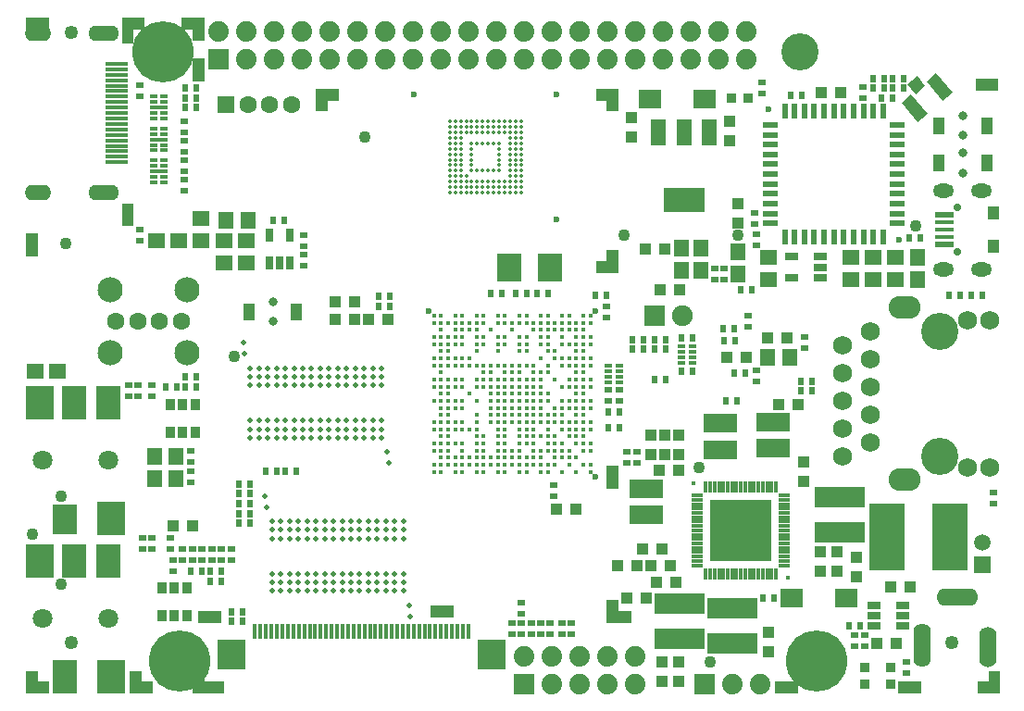
<source format=gbr>
%TF.GenerationSoftware,KiCad,Pcbnew,5.1.5-52549c5~84~ubuntu18.04.1*%
%TF.CreationDate,2020-02-11T15:54:30+02:00*%
%TF.ProjectId,A64-OlinuXino_Rev_G,4136342d-4f6c-4696-9e75-58696e6f5f52,G*%
%TF.SameCoordinates,Original*%
%TF.FileFunction,Soldermask,Top*%
%TF.FilePolarity,Negative*%
%FSLAX46Y46*%
G04 Gerber Fmt 4.6, Leading zero omitted, Abs format (unit mm)*
G04 Created by KiCad (PCBNEW 5.1.5-52549c5~84~ubuntu18.04.1) date 2020-02-11 15:54:30*
%MOMM*%
%LPD*%
G04 APERTURE LIST*
%ADD10C,0.100000*%
%ADD11C,0.600000*%
%ADD12R,1.400000X0.600000*%
%ADD13R,0.600000X1.400000*%
%ADD14R,0.601600X0.651600*%
%ADD15C,3.401600*%
%ADD16O,2.901600X2.101600*%
%ADD17C,1.751600*%
%ADD18C,0.500000*%
%ADD19O,2.401600X1.401600*%
%ADD20R,2.100000X0.350000*%
%ADD21O,2.801600X1.401600*%
%ADD22R,1.001600X1.601600*%
%ADD23C,0.801600*%
%ADD24C,0.350000*%
%ADD25C,1.879600*%
%ADD26R,1.879600X1.879600*%
%ADD27R,2.601600X3.101600*%
%ADD28R,2.201600X3.101600*%
%ADD29R,2.201600X2.801600*%
%ADD30C,1.801600*%
%ADD31C,5.601600*%
%ADD32C,0.400000*%
%ADD33R,0.651600X0.601600*%
%ADD34C,1.601600*%
%ADD35C,2.301600*%
%ADD36R,1.601600X1.601600*%
%ADD37R,3.701600X2.301600*%
%ADD38R,1.320800X2.336800*%
%ADD39R,0.726600X0.426600*%
%ADD40R,0.726600X0.351600*%
%ADD41R,1.301600X0.651600*%
%ADD42R,3.301600X6.101600*%
%ADD43C,1.101600*%
%ADD44R,0.901600X0.901600*%
%ADD45O,1.901600X1.301600*%
%ADD46R,1.101600X1.201600*%
%ADD47C,0.701600*%
%ADD48R,1.751600X0.601600*%
%ADD49R,1.751600X0.426600*%
%ADD50R,2.501600X2.701600*%
%ADD51R,0.351600X1.401600*%
%ADD52C,1.254000*%
%ADD53C,0.401600*%
%ADD54R,0.301600X1.001600*%
%ADD55R,1.001600X0.301600*%
%ADD56R,5.601600X5.601600*%
%ADD57R,1.524000X1.524000*%
%ADD58R,0.501600X0.501600*%
%ADD59R,3.101600X1.701600*%
%ADD60R,4.601600X1.851600*%
%ADD61R,1.117600X1.117600*%
%ADD62R,1.625600X1.371600*%
%ADD63R,1.371600X1.625600*%
%ADD64R,2.101600X1.801600*%
%ADD65R,0.651600X1.301600*%
%ADD66R,1.501600X1.501600*%
%ADD67C,1.501600*%
%ADD68C,1.901600*%
%ADD69R,1.901600X1.901600*%
%ADD70O,3.801600X1.601600*%
%ADD71O,1.601600X3.701600*%
%ADD72O,1.601600X4.001600*%
%ADD73R,0.863600X1.117600*%
%ADD74R,0.776600X0.301600*%
%ADD75R,0.876600X0.401600*%
%ADD76R,2.201600X2.501600*%
G04 APERTURE END LIST*
D10*
G36*
X189325000Y-44323000D02*
G01*
X187325000Y-44323000D01*
X187325000Y-43323000D01*
X189325000Y-43323000D01*
X189325000Y-44323000D01*
G37*
X189325000Y-44323000D02*
X187325000Y-44323000D01*
X187325000Y-43323000D01*
X189325000Y-43323000D01*
X189325000Y-44323000D01*
G36*
X101500000Y-59500000D02*
G01*
X100500000Y-59500001D01*
X100500000Y-57500000D01*
X101500000Y-57500000D01*
X101500000Y-59500000D01*
G37*
X101500000Y-59500000D02*
X100500000Y-59500001D01*
X100500000Y-57500000D01*
X101500000Y-57500000D01*
X101500000Y-59500000D01*
G36*
X101500000Y-99500000D02*
G01*
X100500000Y-99500001D01*
X100500000Y-97500000D01*
X101500000Y-97500000D01*
X101500000Y-99500000D01*
G37*
X101500000Y-99500000D02*
X100500000Y-99500001D01*
X100500000Y-97500000D01*
X101500000Y-97500000D01*
X101500000Y-99500000D01*
G36*
X118250001Y-93000000D02*
G01*
X116250000Y-93000000D01*
X116249999Y-92000000D01*
X118250000Y-92000000D01*
X118250001Y-93000000D01*
G37*
X118250001Y-93000000D02*
X116250000Y-93000000D01*
X116249999Y-92000000D01*
X118250000Y-92000000D01*
X118250001Y-93000000D01*
G36*
X154600000Y-93000001D02*
G01*
X153600000Y-93000000D01*
X153600000Y-91000000D01*
X154600000Y-91000000D01*
X154600000Y-93000001D01*
G37*
X154600000Y-93000001D02*
X153600000Y-93000000D01*
X153600000Y-91000000D01*
X154600000Y-91000000D01*
X154600000Y-93000001D01*
G36*
X154600000Y-80750001D02*
G01*
X153600000Y-80750000D01*
X153600000Y-78750000D01*
X154600000Y-78750000D01*
X154600000Y-80750001D01*
G37*
X154600000Y-80750001D02*
X153600000Y-80750000D01*
X153600000Y-78750000D01*
X154600000Y-78750000D01*
X154600000Y-80750001D01*
G36*
X154600000Y-46250001D02*
G01*
X153600000Y-46250000D01*
X153600000Y-44250000D01*
X154600000Y-44250000D01*
X154600000Y-46250001D01*
G37*
X154600000Y-46250001D02*
X153600000Y-46250000D01*
X153600000Y-44250000D01*
X154600000Y-44250000D01*
X154600000Y-46250001D01*
G36*
X154600000Y-61000001D02*
G01*
X153600000Y-61000000D01*
X153600000Y-59000000D01*
X154600000Y-59000000D01*
X154600000Y-61000001D01*
G37*
X154600000Y-61000001D02*
X153600000Y-61000000D01*
X153600000Y-59000000D01*
X154600000Y-59000000D01*
X154600000Y-61000001D01*
G36*
X154600000Y-61000000D02*
G01*
X152600000Y-61000000D01*
X152600000Y-60000000D01*
X154600000Y-60000000D01*
X154600000Y-61000000D01*
G37*
X154600000Y-61000000D02*
X152600000Y-61000000D01*
X152600000Y-60000000D01*
X154600000Y-60000000D01*
X154600000Y-61000000D01*
G36*
X139500001Y-92500000D02*
G01*
X137500000Y-92500000D01*
X137499999Y-91500000D01*
X139500000Y-91500000D01*
X139500001Y-92500000D01*
G37*
X139500001Y-92500000D02*
X137500000Y-92500000D01*
X137499999Y-91500000D01*
X139500000Y-91500000D01*
X139500001Y-92500000D01*
G36*
X155750000Y-93000000D02*
G01*
X153749999Y-93000000D01*
X153749998Y-92000000D01*
X155749999Y-92000000D01*
X155750000Y-93000000D01*
G37*
X155750000Y-93000000D02*
X153749999Y-93000000D01*
X153749998Y-92000000D01*
X155749999Y-92000000D01*
X155750000Y-93000000D01*
G36*
X116750000Y-99500000D02*
G01*
X115750000Y-99500001D01*
X115750000Y-97500000D01*
X116750000Y-97500000D01*
X116750000Y-99500000D01*
G37*
X116750000Y-99500000D02*
X115750000Y-99500001D01*
X115750000Y-97500000D01*
X116750000Y-97500000D01*
X116750000Y-99500000D01*
G36*
X118500000Y-99500000D02*
G01*
X116499999Y-99500000D01*
X116499999Y-98500000D01*
X118499999Y-98500000D01*
X118500000Y-99500000D01*
G37*
X118500000Y-99500000D02*
X116499999Y-99500000D01*
X116499999Y-98500000D01*
X118499999Y-98500000D01*
X118500000Y-99500000D01*
G36*
X129000000Y-45250000D02*
G01*
X127000000Y-45250000D01*
X127000000Y-44250000D01*
X129000000Y-44250000D01*
X129000000Y-45250000D01*
G37*
X129000000Y-45250000D02*
X127000000Y-45250000D01*
X127000000Y-44250000D01*
X129000000Y-44250000D01*
X129000000Y-45250000D01*
G36*
X154600000Y-45250000D02*
G01*
X152600000Y-45250000D01*
X152600000Y-44250000D01*
X154600000Y-44250000D01*
X154600000Y-45250000D01*
G37*
X154600000Y-45250000D02*
X152600000Y-45250000D01*
X152600000Y-44250000D01*
X154600000Y-44250000D01*
X154600000Y-45250000D01*
G36*
X128000000Y-44250000D02*
G01*
X128000000Y-46250000D01*
X127000000Y-46250000D01*
X127000000Y-44249999D01*
X128000000Y-44250000D01*
G37*
X128000000Y-44250000D02*
X128000000Y-46250000D01*
X127000000Y-46250000D01*
X127000000Y-44249999D01*
X128000000Y-44250000D01*
G36*
X116750000Y-43500000D02*
G01*
X115750000Y-43500001D01*
X115750000Y-41500000D01*
X116750000Y-41500000D01*
X116750000Y-43500000D01*
G37*
X116750000Y-43500000D02*
X115750000Y-43500001D01*
X115750000Y-41500000D01*
X116750000Y-41500000D01*
X116750000Y-43500000D01*
G36*
X116750000Y-39750000D02*
G01*
X115750000Y-39750001D01*
X115750000Y-37750000D01*
X116750000Y-37750000D01*
X116750000Y-39750000D01*
G37*
X116750000Y-39750000D02*
X115750000Y-39750001D01*
X115750000Y-37750000D01*
X116750000Y-37750000D01*
X116750000Y-39750000D01*
G36*
X102500000Y-38750000D02*
G01*
X100500000Y-38750000D01*
X100500000Y-37750000D01*
X102500000Y-37750000D01*
X102500000Y-38750000D01*
G37*
X102500000Y-38750000D02*
X100500000Y-38750000D01*
X100500000Y-37750000D01*
X102500000Y-37750000D01*
X102500000Y-38750000D01*
G36*
X102500000Y-99500000D02*
G01*
X100499999Y-99500000D01*
X100499999Y-98500000D01*
X102499999Y-98500000D01*
X102500000Y-99500000D01*
G37*
X102500000Y-99500000D02*
X100499999Y-99500000D01*
X100499999Y-98500000D01*
X102499999Y-98500000D01*
X102500000Y-99500000D01*
G36*
X189500000Y-99500000D02*
G01*
X188500000Y-99500001D01*
X188500000Y-97500000D01*
X189500000Y-97500000D01*
X189500000Y-99500000D01*
G37*
X189500000Y-99500000D02*
X188500000Y-99500001D01*
X188500000Y-97500000D01*
X189500000Y-97500000D01*
X189500000Y-99500000D01*
G36*
X189500000Y-99500000D02*
G01*
X187500000Y-99500000D01*
X187500000Y-98500000D01*
X189500000Y-98500000D01*
X189500000Y-99500000D01*
G37*
X189500000Y-99500000D02*
X187500000Y-99500000D01*
X187500000Y-98500000D01*
X189500000Y-98500000D01*
X189500000Y-99500000D01*
G36*
X182250000Y-99500000D02*
G01*
X180250000Y-99500000D01*
X180250000Y-98500000D01*
X182250000Y-98500000D01*
X182250000Y-99500000D01*
G37*
X182250000Y-99500000D02*
X180250000Y-99500000D01*
X180250000Y-98500000D01*
X182250000Y-98500000D01*
X182250000Y-99500000D01*
G36*
X171000000Y-99500000D02*
G01*
X169000000Y-99500000D01*
X169000000Y-98500000D01*
X171000000Y-98500000D01*
X171000000Y-99500000D01*
G37*
X171000000Y-99500000D02*
X169000000Y-99500000D01*
X169000000Y-98500000D01*
X171000000Y-98500000D01*
X171000000Y-99500000D01*
G36*
X116750000Y-38750000D02*
G01*
X114750000Y-38750000D01*
X114750000Y-37750000D01*
X116750000Y-37750000D01*
X116750000Y-38750000D01*
G37*
X116750000Y-38750000D02*
X114750000Y-38750000D01*
X114750000Y-37750000D01*
X116750000Y-37750000D01*
X116750000Y-38750000D01*
G36*
X111250000Y-38750000D02*
G01*
X109249999Y-38750000D01*
X109249999Y-37750000D01*
X111250000Y-37750000D01*
X111250000Y-38750000D01*
G37*
X111250000Y-38750000D02*
X109249999Y-38750000D01*
X109249999Y-37750000D01*
X111250000Y-37750000D01*
X111250000Y-38750000D01*
G36*
X112000001Y-99500000D02*
G01*
X110000000Y-99500000D01*
X110000000Y-98500000D01*
X112000000Y-98500000D01*
X112000001Y-99500000D01*
G37*
X112000001Y-99500000D02*
X110000000Y-99500000D01*
X110000000Y-98500000D01*
X112000000Y-98500000D01*
X112000001Y-99500000D01*
G36*
X111000000Y-99500000D02*
G01*
X110000000Y-99500001D01*
X110000000Y-97500000D01*
X111000000Y-97500000D01*
X111000000Y-99500000D01*
G37*
X111000000Y-99500000D02*
X110000000Y-99500001D01*
X110000000Y-97500000D01*
X111000000Y-97500000D01*
X111000000Y-99500000D01*
G36*
X110250000Y-56750000D02*
G01*
X109250000Y-56750001D01*
X109250000Y-54750000D01*
X110250000Y-54750000D01*
X110250000Y-56750000D01*
G37*
X110250000Y-56750000D02*
X109250000Y-56750001D01*
X109250000Y-54750000D01*
X110250000Y-54750000D01*
X110250000Y-56750000D01*
G36*
X110250000Y-40000000D02*
G01*
X109250000Y-40000001D01*
X109250000Y-38000000D01*
X110250000Y-38000000D01*
X110250000Y-40000000D01*
G37*
X110250000Y-40000000D02*
X109250000Y-40000001D01*
X109250000Y-38000000D01*
X110250000Y-38000000D01*
X110250000Y-40000000D01*
D11*
%TO.C,U11*%
X168402000Y-46101000D03*
D12*
X180146000Y-47570000D03*
X180146000Y-48470000D03*
X180146000Y-49370000D03*
X180146000Y-50270000D03*
X180146000Y-51170000D03*
X180146000Y-52070000D03*
X180146000Y-52970000D03*
X180146000Y-53870000D03*
X180146000Y-54770000D03*
X180146000Y-55670000D03*
X180146000Y-56570000D03*
D13*
X178871000Y-57845000D03*
X177971000Y-57845000D03*
X177071000Y-57845000D03*
X176171000Y-57845000D03*
X175271000Y-57845000D03*
X174371000Y-57845000D03*
X173471000Y-57845000D03*
X172571000Y-57845000D03*
X171671000Y-57845000D03*
X170771000Y-57845000D03*
X169871000Y-57845000D03*
D12*
X168596000Y-56570000D03*
X168596000Y-55670000D03*
X168596000Y-54770000D03*
X168596000Y-53870000D03*
X168596000Y-52970000D03*
X168596000Y-52070000D03*
X168596000Y-51170000D03*
X168596000Y-50270000D03*
X168596000Y-49370000D03*
X168596000Y-48470000D03*
X168596000Y-47570000D03*
D13*
X169871000Y-46295000D03*
X170771000Y-46295000D03*
X171671000Y-46295000D03*
X172571000Y-46295000D03*
X173471000Y-46295000D03*
X174371000Y-46295000D03*
X175271000Y-46295000D03*
X176171000Y-46295000D03*
X177071000Y-46295000D03*
X177971000Y-46295000D03*
X178871000Y-46295000D03*
D11*
X180340000Y-58039000D03*
%TD*%
D14*
%TO.C,C106*%
X179705000Y-45085000D03*
X178689000Y-45085000D03*
%TD*%
%TO.C,L10*%
X178943000Y-44196000D03*
X177927000Y-44196000D03*
%TD*%
D15*
%TO.C,LAN1*%
X184023000Y-77851000D03*
X184023000Y-66421000D03*
D16*
X180823000Y-80036000D03*
X180823000Y-64236000D03*
D17*
X188595000Y-78867000D03*
X186563000Y-78867000D03*
X188595000Y-65405000D03*
X186563000Y-65405000D03*
X175133000Y-77851000D03*
X177673000Y-76581000D03*
X175133000Y-75311000D03*
X177673000Y-74041000D03*
X175133000Y-72771000D03*
X177673000Y-71501000D03*
X175133000Y-70231000D03*
X177673000Y-68961000D03*
X175133000Y-67691000D03*
X177673000Y-66421000D03*
%TD*%
D18*
%TO.C,U2*%
X123000000Y-90200000D03*
X123000000Y-89400000D03*
X123000000Y-88600000D03*
X123000000Y-85400000D03*
X123000000Y-84600000D03*
X123000000Y-83800000D03*
X123800000Y-90200000D03*
X123800000Y-89400000D03*
X123800000Y-88600000D03*
X123800000Y-85400000D03*
X123800000Y-84600000D03*
X123800000Y-83800000D03*
X124600000Y-90200000D03*
X124600000Y-89400000D03*
X124600000Y-88600000D03*
X124600000Y-85400000D03*
X124600000Y-84600000D03*
X124600000Y-83800000D03*
X125400000Y-90200000D03*
X125400000Y-89400000D03*
X125400000Y-88600000D03*
X125400000Y-85400000D03*
X125400000Y-84600000D03*
X125400000Y-83800000D03*
X126200000Y-90200000D03*
X126200000Y-89400000D03*
X126200000Y-88600000D03*
X126200000Y-85400000D03*
X126200000Y-84600000D03*
X126200000Y-83800000D03*
X127000000Y-90200000D03*
X127000000Y-89400000D03*
X127000000Y-88600000D03*
X127000000Y-85400000D03*
X127000000Y-84600000D03*
X127000000Y-83800000D03*
X127800000Y-90200000D03*
X127800000Y-89400000D03*
X127800000Y-88600000D03*
X127800000Y-85400000D03*
X127800000Y-84600000D03*
X127800000Y-83800000D03*
X128600000Y-90200000D03*
X128600000Y-89400000D03*
X128600000Y-88600000D03*
X128600000Y-85400000D03*
X128600000Y-84600000D03*
X128600000Y-83800000D03*
X129400000Y-90200000D03*
X129400000Y-89400000D03*
X129400000Y-88600000D03*
X129400000Y-85400000D03*
X129400000Y-84600000D03*
X129400000Y-83800000D03*
X130200000Y-90200000D03*
X130200000Y-89400000D03*
X130200000Y-88600000D03*
X130200000Y-85400000D03*
X130200000Y-84600000D03*
X130200000Y-83800000D03*
X135650000Y-92500000D03*
X122350000Y-81500000D03*
X135500000Y-91500000D03*
X122500000Y-82500000D03*
X131000000Y-90200000D03*
X131000000Y-89400000D03*
X131000000Y-88600000D03*
X131000000Y-85400000D03*
X131000000Y-84600000D03*
X131000000Y-83800000D03*
X131800000Y-90200000D03*
X131800000Y-89400000D03*
X131800000Y-88600000D03*
X131800000Y-85400000D03*
X131800000Y-84600000D03*
X131800000Y-83800000D03*
X132600000Y-90200000D03*
X132600000Y-89400000D03*
X132600000Y-88600000D03*
X132600000Y-85400000D03*
X132600000Y-84600000D03*
X132600000Y-83800000D03*
X133400000Y-90200000D03*
X133400000Y-89400000D03*
X133400000Y-88600000D03*
X133400000Y-85400000D03*
X133400000Y-84600000D03*
X133400000Y-83800000D03*
X134200000Y-90200000D03*
X134200000Y-89400000D03*
X134200000Y-88600000D03*
X134200000Y-85400000D03*
X134200000Y-84600000D03*
X134200000Y-83800000D03*
X135000000Y-90200000D03*
X135000000Y-89400000D03*
X135000000Y-88600000D03*
X135000000Y-85400000D03*
X135000000Y-84600000D03*
X135000000Y-83800000D03*
%TD*%
%TO.C,U3*%
X121000000Y-76200000D03*
X121000000Y-75400000D03*
X121000000Y-74600000D03*
X121000000Y-71400000D03*
X121000000Y-70600000D03*
X121000000Y-69800000D03*
X121800000Y-76200000D03*
X121800000Y-75400000D03*
X121800000Y-74600000D03*
X121800000Y-71400000D03*
X121800000Y-70600000D03*
X121800000Y-69800000D03*
X122600000Y-76200000D03*
X122600000Y-75400000D03*
X122600000Y-74600000D03*
X122600000Y-71400000D03*
X122600000Y-70600000D03*
X122600000Y-69800000D03*
X123400000Y-76200000D03*
X123400000Y-75400000D03*
X123400000Y-74600000D03*
X123400000Y-71400000D03*
X123400000Y-70600000D03*
X123400000Y-69800000D03*
X124200000Y-76200000D03*
X124200000Y-75400000D03*
X124200000Y-74600000D03*
X124200000Y-71400000D03*
X124200000Y-70600000D03*
X124200000Y-69800000D03*
X125000000Y-76200000D03*
X125000000Y-75400000D03*
X125000000Y-74600000D03*
X125000000Y-71400000D03*
X125000000Y-70600000D03*
X125000000Y-69800000D03*
X125800000Y-76200000D03*
X125800000Y-75400000D03*
X125800000Y-74600000D03*
X125800000Y-71400000D03*
X125800000Y-70600000D03*
X125800000Y-69800000D03*
X126600000Y-76200000D03*
X126600000Y-75400000D03*
X126600000Y-74600000D03*
X126600000Y-71400000D03*
X126600000Y-70600000D03*
X126600000Y-69800000D03*
X127400000Y-76200000D03*
X127400000Y-75400000D03*
X127400000Y-74600000D03*
X127400000Y-71400000D03*
X127400000Y-70600000D03*
X127400000Y-69800000D03*
X128200000Y-76200000D03*
X128200000Y-75400000D03*
X128200000Y-74600000D03*
X128200000Y-71400000D03*
X128200000Y-70600000D03*
X128200000Y-69800000D03*
X133650000Y-78500000D03*
X120350000Y-67500000D03*
X133500000Y-77500000D03*
X120500000Y-68500000D03*
X129000000Y-76200000D03*
X129000000Y-75400000D03*
X129000000Y-74600000D03*
X129000000Y-71400000D03*
X129000000Y-70600000D03*
X129000000Y-69800000D03*
X129800000Y-76200000D03*
X129800000Y-75400000D03*
X129800000Y-74600000D03*
X129800000Y-71400000D03*
X129800000Y-70600000D03*
X129800000Y-69800000D03*
X130600000Y-76200000D03*
X130600000Y-75400000D03*
X130600000Y-74600000D03*
X130600000Y-71400000D03*
X130600000Y-70600000D03*
X130600000Y-69800000D03*
X131400000Y-76200000D03*
X131400000Y-75400000D03*
X131400000Y-74600000D03*
X131400000Y-71400000D03*
X131400000Y-70600000D03*
X131400000Y-69800000D03*
X132200000Y-76200000D03*
X132200000Y-75400000D03*
X132200000Y-74600000D03*
X132200000Y-71400000D03*
X132200000Y-70600000D03*
X132200000Y-69800000D03*
X133000000Y-76200000D03*
X133000000Y-75400000D03*
X133000000Y-74600000D03*
X133000000Y-71400000D03*
X133000000Y-70600000D03*
X133000000Y-69800000D03*
%TD*%
D19*
%TO.C,HDMI1*%
X101547000Y-39182000D03*
D20*
X108747000Y-41982000D03*
X108747000Y-42482000D03*
X108747000Y-42982000D03*
X108747000Y-43482000D03*
X108747000Y-43982000D03*
X108747000Y-44482000D03*
X108747000Y-44982000D03*
X108747000Y-45482000D03*
X108747000Y-45982000D03*
X108747000Y-46482000D03*
X108747000Y-46982000D03*
X108747000Y-47482000D03*
X108747000Y-47982000D03*
X108747000Y-48482000D03*
X108747000Y-48982000D03*
X108747000Y-49482000D03*
X108747000Y-49982000D03*
X108747000Y-50482000D03*
X108747000Y-50982000D03*
D19*
X101547000Y-53782000D03*
D21*
X107597000Y-53782000D03*
X107597000Y-39182000D03*
%TD*%
D22*
%TO.C,UBOOT1*%
X120886000Y-64643000D03*
X125240000Y-64643000D03*
D23*
X123063000Y-63743000D03*
X123063000Y-65543000D03*
%TD*%
%TO.C,RESET1*%
X186182000Y-46725000D03*
X186182000Y-48525000D03*
D22*
X184005000Y-47625000D03*
X188359000Y-47625000D03*
%TD*%
D23*
%TO.C,PWRON1*%
X186182000Y-50154000D03*
X186182000Y-51954000D03*
D22*
X184005000Y-51054000D03*
X188359000Y-51054000D03*
%TD*%
D11*
%TO.C,U5*%
X149000000Y-56250000D03*
X149000000Y-44750000D03*
X136000000Y-44750000D03*
D24*
X144750000Y-53750000D03*
X144750000Y-53250000D03*
X144750000Y-52750000D03*
X144750000Y-52250000D03*
X144750000Y-51750000D03*
X144750000Y-51250000D03*
X144750000Y-50750000D03*
X144750000Y-50250000D03*
X144750000Y-49750000D03*
X144750000Y-49250000D03*
X144750000Y-48750000D03*
X144750000Y-47250000D03*
X144750000Y-47750000D03*
X144750000Y-48250000D03*
X145250000Y-48250000D03*
X145250000Y-47750000D03*
X145250000Y-47250000D03*
X145250000Y-48750000D03*
X145250000Y-49250000D03*
X145250000Y-49750000D03*
X145250000Y-50250000D03*
X145250000Y-50750000D03*
X145250000Y-51250000D03*
X145250000Y-51750000D03*
X145250000Y-52250000D03*
X145250000Y-52750000D03*
X145250000Y-53250000D03*
X145250000Y-53750000D03*
X145750000Y-53750000D03*
X145750000Y-53250000D03*
X145750000Y-52750000D03*
X145750000Y-52250000D03*
X145750000Y-51750000D03*
X145750000Y-51250000D03*
X145750000Y-50750000D03*
X145750000Y-50250000D03*
X145750000Y-49750000D03*
X145750000Y-49250000D03*
X145750000Y-48750000D03*
X145750000Y-47250000D03*
X145750000Y-47750000D03*
X145750000Y-48250000D03*
X144250000Y-48250000D03*
X144250000Y-47750000D03*
X144250000Y-47250000D03*
X144250000Y-52750000D03*
X144250000Y-53250000D03*
X144250000Y-53750000D03*
X143750000Y-48250000D03*
X143750000Y-47750000D03*
X143750000Y-47250000D03*
X143750000Y-49250000D03*
X143750000Y-49750000D03*
X143750000Y-50250000D03*
X143750000Y-50750000D03*
X143750000Y-51250000D03*
X143750000Y-51750000D03*
X143750000Y-52750000D03*
X143750000Y-53250000D03*
X143750000Y-53750000D03*
X142750000Y-53750000D03*
X142750000Y-53250000D03*
X142750000Y-52750000D03*
X142750000Y-51750000D03*
X142750000Y-49250000D03*
X142750000Y-47250000D03*
X142750000Y-47750000D03*
X142750000Y-48250000D03*
X143250000Y-48250000D03*
X143250000Y-47750000D03*
X143250000Y-47250000D03*
X143250000Y-49250000D03*
X143250000Y-51750000D03*
X143250000Y-52750000D03*
X143250000Y-53250000D03*
X143250000Y-53750000D03*
X142250000Y-53750000D03*
X142250000Y-53250000D03*
X142250000Y-52750000D03*
X142250000Y-51750000D03*
X142250000Y-49250000D03*
X142250000Y-47250000D03*
X142250000Y-47750000D03*
X142250000Y-48250000D03*
X141750000Y-48250000D03*
X141750000Y-47750000D03*
X141750000Y-47250000D03*
X141750000Y-49250000D03*
X141750000Y-51750000D03*
X141750000Y-52750000D03*
X141750000Y-53250000D03*
X141750000Y-53750000D03*
X141250000Y-53750000D03*
X141250000Y-53250000D03*
X141250000Y-52750000D03*
X141250000Y-51750000D03*
X141250000Y-51250000D03*
X141250000Y-50750000D03*
X141250000Y-50250000D03*
X141250000Y-49750000D03*
X141250000Y-49250000D03*
X141250000Y-47250000D03*
X141250000Y-47750000D03*
X141250000Y-48250000D03*
X140750000Y-53750000D03*
X140750000Y-53250000D03*
X140750000Y-52750000D03*
X140750000Y-52250000D03*
X140750000Y-47250000D03*
X140750000Y-47750000D03*
X140750000Y-48250000D03*
X140250000Y-48250000D03*
X140250000Y-47750000D03*
X140250000Y-47250000D03*
X140250000Y-48750000D03*
X140250000Y-49250000D03*
X140250000Y-49750000D03*
X140250000Y-50250000D03*
X140250000Y-50750000D03*
X140250000Y-51250000D03*
X140250000Y-51750000D03*
X140250000Y-52250000D03*
X140250000Y-52750000D03*
X140250000Y-53250000D03*
X140250000Y-53750000D03*
X139750000Y-53750000D03*
X139750000Y-53250000D03*
X139750000Y-52750000D03*
X139750000Y-52250000D03*
X139750000Y-51750000D03*
X139750000Y-51250000D03*
X139750000Y-50750000D03*
X139750000Y-50250000D03*
X139750000Y-49750000D03*
X139750000Y-49250000D03*
X139750000Y-48750000D03*
X139750000Y-47250000D03*
X139750000Y-47750000D03*
X139750000Y-48250000D03*
X139250000Y-48250000D03*
X139250000Y-47750000D03*
X139250000Y-47250000D03*
X139250000Y-48750000D03*
X139250000Y-49250000D03*
X139250000Y-49750000D03*
X139250000Y-50250000D03*
X139250000Y-50750000D03*
X139250000Y-51250000D03*
X139250000Y-51750000D03*
X139250000Y-52250000D03*
X139250000Y-52750000D03*
X139250000Y-53250000D03*
X139250000Y-53750000D03*
%TD*%
D25*
%TO.C,UEXT1*%
X148590000Y-96139000D03*
X148590000Y-98679000D03*
X146050000Y-96139000D03*
D26*
X146050000Y-98679000D03*
D25*
X151130000Y-98679000D03*
X151130000Y-96139000D03*
X153670000Y-96139000D03*
X153670000Y-98679000D03*
X156210000Y-98679000D03*
X156210000Y-96139000D03*
%TD*%
D27*
%TO.C,HEADPHONES/LINEOUT1*%
X101781000Y-72932000D03*
X108281000Y-83532000D03*
D28*
X107981000Y-72932000D03*
D29*
X104081000Y-83682000D03*
D28*
X104881000Y-72932000D03*
D30*
X101981000Y-78232000D03*
X107981000Y-78232000D03*
%TD*%
D31*
%TO.C,Mounting_hole2*%
X114500000Y-96600000D03*
%TD*%
D11*
%TO.C,U1*%
X152550000Y-64550000D03*
D32*
X152100000Y-65000000D03*
X144950000Y-72150000D03*
X144300000Y-72150000D03*
X143650000Y-72150000D03*
X141700000Y-72800000D03*
X144950000Y-74750000D03*
X143650000Y-74750000D03*
X146900000Y-76050000D03*
X148200000Y-76700000D03*
X148200000Y-78650000D03*
X146900000Y-76700000D03*
X146250000Y-75400000D03*
X146900000Y-75400000D03*
X148200000Y-75400000D03*
X146250000Y-74750000D03*
X146900000Y-74750000D03*
X147550000Y-74750000D03*
X148200000Y-74750000D03*
X148850000Y-74750000D03*
X143650000Y-74100000D03*
X144300000Y-74100000D03*
X144950000Y-74100000D03*
X145600000Y-74100000D03*
X146250000Y-74100000D03*
X146900000Y-74100000D03*
X147550000Y-74100000D03*
X143000000Y-74100000D03*
X148200000Y-74100000D03*
X146900000Y-73450000D03*
X146250000Y-73450000D03*
X145600000Y-73450000D03*
X144950000Y-73450000D03*
X144300000Y-73450000D03*
X143650000Y-73450000D03*
X143000000Y-73450000D03*
X147550000Y-73450000D03*
X143000000Y-72800000D03*
X143650000Y-72800000D03*
X144300000Y-72800000D03*
X144950000Y-72800000D03*
X145600000Y-72800000D03*
X146250000Y-72800000D03*
X147550000Y-72800000D03*
X145600000Y-72150000D03*
X146250000Y-72150000D03*
X145600000Y-71500000D03*
X146250000Y-71500000D03*
X146900000Y-72800000D03*
X146900000Y-72150000D03*
X147550000Y-72150000D03*
X147550000Y-71500000D03*
X148200000Y-72800000D03*
X148200000Y-72150000D03*
X148850000Y-70850000D03*
X143650000Y-71500000D03*
X142350000Y-71500000D03*
X143000000Y-70850000D03*
X146900000Y-70200000D03*
X145600000Y-70200000D03*
X144950000Y-70200000D03*
X144300000Y-70200000D03*
X143000000Y-70200000D03*
X145600000Y-77350000D03*
X144950000Y-78000000D03*
X144300000Y-76700000D03*
X144300000Y-77350000D03*
X142350000Y-77350000D03*
X141700000Y-76050000D03*
X139750000Y-75400000D03*
X139100000Y-75400000D03*
X139100000Y-78000000D03*
X137800000Y-65000000D03*
X137800000Y-79300000D03*
X151450000Y-65000000D03*
X150150000Y-65000000D03*
X149500000Y-65000000D03*
X148200000Y-65000000D03*
X147550000Y-65000000D03*
X146250000Y-65000000D03*
X145600000Y-65000000D03*
X144300000Y-65000000D03*
X143650000Y-65000000D03*
X142350000Y-65000000D03*
X141700000Y-65000000D03*
X140400000Y-65000000D03*
X139750000Y-65000000D03*
X138450000Y-65000000D03*
X137800000Y-65650000D03*
X138450000Y-65650000D03*
X139100000Y-65650000D03*
X139750000Y-65650000D03*
X140400000Y-65650000D03*
X141050000Y-65650000D03*
X141700000Y-65650000D03*
X142350000Y-65650000D03*
X143650000Y-65650000D03*
X144300000Y-65650000D03*
X144950000Y-65650000D03*
X145600000Y-65650000D03*
X146250000Y-65650000D03*
X146900000Y-65650000D03*
X147550000Y-65650000D03*
X148200000Y-65650000D03*
X148850000Y-65650000D03*
X149500000Y-65650000D03*
X150150000Y-65650000D03*
X150800000Y-65650000D03*
X151450000Y-65650000D03*
X152100000Y-65650000D03*
X151450000Y-66300000D03*
X150800000Y-66300000D03*
X150150000Y-66300000D03*
X149500000Y-66300000D03*
X148850000Y-66300000D03*
X148200000Y-66300000D03*
X147550000Y-66300000D03*
X146900000Y-66300000D03*
X144950000Y-66300000D03*
X143000000Y-66300000D03*
X141700000Y-66300000D03*
X141050000Y-66300000D03*
X140400000Y-66300000D03*
X139750000Y-66300000D03*
X138450000Y-66300000D03*
X137800000Y-66950000D03*
X138450000Y-66950000D03*
X139100000Y-66950000D03*
X139750000Y-66950000D03*
X140400000Y-66950000D03*
X141700000Y-66950000D03*
X142350000Y-66950000D03*
X143650000Y-66950000D03*
X144300000Y-66950000D03*
X145600000Y-66950000D03*
X146250000Y-66950000D03*
X147550000Y-66950000D03*
X148200000Y-66950000D03*
X149500000Y-66950000D03*
X150800000Y-66950000D03*
X151450000Y-66950000D03*
X152100000Y-66950000D03*
X152100000Y-67600000D03*
X151450000Y-67600000D03*
X150800000Y-67600000D03*
X150150000Y-67600000D03*
X149500000Y-67600000D03*
X148200000Y-67600000D03*
X147550000Y-67600000D03*
X146250000Y-67600000D03*
X145600000Y-67600000D03*
X144300000Y-67600000D03*
X143650000Y-67600000D03*
X142350000Y-67600000D03*
X141700000Y-67600000D03*
X140400000Y-67600000D03*
X139750000Y-67600000D03*
X139100000Y-67600000D03*
X138450000Y-67600000D03*
X137800000Y-67600000D03*
X138450000Y-79300000D03*
X139750000Y-79300000D03*
X140400000Y-79300000D03*
X141700000Y-79300000D03*
X142350000Y-79300000D03*
X143650000Y-79300000D03*
X144300000Y-79300000D03*
X145600000Y-79300000D03*
X146250000Y-79300000D03*
X147550000Y-79300000D03*
X148200000Y-79300000D03*
X149500000Y-79300000D03*
X150800000Y-79300000D03*
X152100000Y-79300000D03*
X137800000Y-78650000D03*
X138450000Y-78650000D03*
X139100000Y-78650000D03*
X139750000Y-78650000D03*
X140400000Y-78650000D03*
X141050000Y-78650000D03*
X141700000Y-78650000D03*
X142350000Y-78650000D03*
X143000000Y-78650000D03*
X143650000Y-78650000D03*
X144300000Y-78650000D03*
X144950000Y-78650000D03*
X145600000Y-78650000D03*
X146250000Y-78650000D03*
X146900000Y-78650000D03*
X147550000Y-78650000D03*
X148850000Y-78650000D03*
X150150000Y-78650000D03*
X151450000Y-78650000D03*
X152100000Y-78650000D03*
X138450000Y-78000000D03*
X139750000Y-78000000D03*
X140400000Y-78000000D03*
X141050000Y-78000000D03*
X141700000Y-78000000D03*
X142350000Y-78000000D03*
X143000000Y-78000000D03*
X143650000Y-78000000D03*
X144300000Y-78000000D03*
X145600000Y-78000000D03*
X146250000Y-78000000D03*
X146900000Y-78000000D03*
X147550000Y-78000000D03*
X148850000Y-78000000D03*
X149500000Y-78000000D03*
X150150000Y-78000000D03*
X150800000Y-78000000D03*
X137800000Y-77350000D03*
X138450000Y-77350000D03*
X139100000Y-77350000D03*
X140400000Y-77350000D03*
X141700000Y-77350000D03*
X143650000Y-77350000D03*
X144950000Y-77350000D03*
X146900000Y-77350000D03*
X147550000Y-77350000D03*
X148200000Y-77350000D03*
X148850000Y-77350000D03*
X149500000Y-77350000D03*
X150150000Y-77350000D03*
X151450000Y-77350000D03*
X152100000Y-77350000D03*
X137800000Y-76700000D03*
X138450000Y-76700000D03*
X139100000Y-76700000D03*
X139750000Y-76700000D03*
X140400000Y-76700000D03*
X141700000Y-76700000D03*
X142350000Y-76700000D03*
X143650000Y-76700000D03*
X145600000Y-76700000D03*
X146250000Y-76700000D03*
X148850000Y-76700000D03*
X149500000Y-76700000D03*
X150800000Y-76700000D03*
X151450000Y-76700000D03*
X152100000Y-76700000D03*
X138450000Y-76050000D03*
X139100000Y-76050000D03*
X142350000Y-76050000D03*
X143650000Y-76050000D03*
X144300000Y-76050000D03*
X145600000Y-76050000D03*
X146250000Y-76050000D03*
X147550000Y-76050000D03*
X148200000Y-76050000D03*
X148850000Y-76050000D03*
X150150000Y-76050000D03*
X150800000Y-76050000D03*
X151450000Y-76050000D03*
X137800000Y-75400000D03*
X138450000Y-75400000D03*
X140400000Y-75400000D03*
X141050000Y-75400000D03*
X141700000Y-75400000D03*
X143650000Y-75400000D03*
X144300000Y-75400000D03*
X145600000Y-75400000D03*
X149500000Y-75400000D03*
X150150000Y-75400000D03*
X150800000Y-75400000D03*
X151450000Y-75400000D03*
X152100000Y-75400000D03*
X137800000Y-74750000D03*
X138450000Y-74750000D03*
X139100000Y-74750000D03*
X139750000Y-74750000D03*
X140400000Y-74750000D03*
X141700000Y-74750000D03*
X143000000Y-74750000D03*
X144300000Y-74750000D03*
X145600000Y-74750000D03*
X149500000Y-74750000D03*
X150150000Y-74750000D03*
X150800000Y-74750000D03*
X151450000Y-74750000D03*
X152100000Y-74750000D03*
X138450000Y-74100000D03*
X139100000Y-74100000D03*
X141700000Y-74100000D03*
X148850000Y-74100000D03*
X149500000Y-74100000D03*
X150800000Y-74100000D03*
X151450000Y-74100000D03*
X138450000Y-73450000D03*
X139100000Y-73450000D03*
X139750000Y-73450000D03*
X140400000Y-73450000D03*
X148850000Y-73450000D03*
X149500000Y-73450000D03*
X150150000Y-73450000D03*
X150800000Y-73450000D03*
X151450000Y-73450000D03*
X152100000Y-73450000D03*
X137800000Y-72800000D03*
X138450000Y-72800000D03*
X139100000Y-72800000D03*
X139750000Y-72800000D03*
X140400000Y-72800000D03*
X149500000Y-72800000D03*
X150150000Y-72800000D03*
X150800000Y-72800000D03*
X151450000Y-72800000D03*
X152100000Y-72800000D03*
X138450000Y-72150000D03*
X139100000Y-72150000D03*
X141050000Y-72150000D03*
X143000000Y-72150000D03*
X150800000Y-72150000D03*
X151450000Y-72150000D03*
X137800000Y-71500000D03*
X138450000Y-71500000D03*
X139100000Y-71500000D03*
X139750000Y-71500000D03*
X140400000Y-71500000D03*
X141700000Y-71500000D03*
X143000000Y-71500000D03*
X144300000Y-71500000D03*
X144950000Y-71500000D03*
X146900000Y-71500000D03*
X149500000Y-71500000D03*
X150150000Y-71500000D03*
X150800000Y-71500000D03*
X151450000Y-71500000D03*
X152100000Y-71500000D03*
X137800000Y-70850000D03*
X138450000Y-70850000D03*
X139100000Y-70850000D03*
X139750000Y-70850000D03*
X140400000Y-70850000D03*
X141700000Y-70850000D03*
X142350000Y-70850000D03*
X143650000Y-70850000D03*
X144300000Y-70850000D03*
X144950000Y-70850000D03*
X145600000Y-70850000D03*
X146250000Y-70850000D03*
X146900000Y-70850000D03*
X147550000Y-70850000D03*
X150150000Y-70850000D03*
X150800000Y-70850000D03*
X151450000Y-70850000D03*
X152100000Y-70850000D03*
X138450000Y-70200000D03*
X142350000Y-70200000D03*
X147550000Y-70200000D03*
X148200000Y-70200000D03*
X150800000Y-70200000D03*
X151450000Y-70200000D03*
X137800000Y-69550000D03*
X138450000Y-69550000D03*
X139100000Y-69550000D03*
X139750000Y-69550000D03*
X140400000Y-69550000D03*
X141050000Y-69550000D03*
X141700000Y-69550000D03*
X142350000Y-69550000D03*
X143000000Y-69550000D03*
X143650000Y-69550000D03*
X144300000Y-69550000D03*
X144950000Y-69550000D03*
X145600000Y-69550000D03*
X146250000Y-69550000D03*
X146900000Y-69550000D03*
X148200000Y-69550000D03*
X149500000Y-69550000D03*
X150150000Y-69550000D03*
X150800000Y-69550000D03*
X151450000Y-69550000D03*
X152100000Y-69550000D03*
X137800000Y-68900000D03*
X138450000Y-68900000D03*
X139100000Y-68900000D03*
X139750000Y-68900000D03*
X140400000Y-68900000D03*
X141050000Y-68900000D03*
X147550000Y-68900000D03*
X148850000Y-68900000D03*
X149500000Y-68900000D03*
X150150000Y-68900000D03*
X150800000Y-68900000D03*
X151450000Y-68900000D03*
X152100000Y-68900000D03*
X138450000Y-68250000D03*
X139100000Y-68250000D03*
X141700000Y-68250000D03*
X143650000Y-68250000D03*
X145600000Y-68250000D03*
X146250000Y-68250000D03*
X148200000Y-68250000D03*
X148850000Y-68250000D03*
X150800000Y-68250000D03*
X151450000Y-68250000D03*
D11*
X152550000Y-79750000D03*
X137350000Y-64550000D03*
%TD*%
D31*
%TO.C,Mounting_hole3*%
X113000000Y-40900000D03*
%TD*%
%TO.C,Mounting_hole1*%
X172800000Y-96600000D03*
%TD*%
D33*
%TO.C,R73*%
X145796000Y-92265500D03*
X145796000Y-91249500D03*
%TD*%
%TO.C,R124*%
X145796000Y-93091000D03*
X145796000Y-94107000D03*
%TD*%
%TO.C,R123*%
X147574000Y-93091000D03*
X147574000Y-94107000D03*
%TD*%
%TO.C,R122*%
X146685000Y-94107000D03*
X146685000Y-93091000D03*
%TD*%
D34*
%TO.C,USB1*%
X114712000Y-65532000D03*
X112712000Y-65532000D03*
X110712000Y-65532000D03*
X108712000Y-65532000D03*
D35*
X108212000Y-68382000D03*
X108212000Y-62682000D03*
X115212000Y-68382000D03*
X115212000Y-62682000D03*
%TD*%
D34*
%TO.C,HSIC1*%
X124793000Y-45720000D03*
X122793000Y-45720000D03*
X120793000Y-45720000D03*
D36*
X118793000Y-45720000D03*
%TD*%
D37*
%TO.C,VR1*%
X160655000Y-54407000D03*
D38*
X158343600Y-48209200D03*
X160655000Y-48209200D03*
X162966400Y-48209200D03*
%TD*%
D39*
%TO.C,RM1*%
X153729000Y-69568000D03*
X154754000Y-69568000D03*
D40*
X153729000Y-70108000D03*
X154754000Y-70108000D03*
X153729000Y-70608000D03*
X154754000Y-70608000D03*
D39*
X153729000Y-71148000D03*
X154754000Y-71148000D03*
%TD*%
%TO.C,RM8*%
X161421500Y-69370000D03*
X160396500Y-69370000D03*
D40*
X161421500Y-68830000D03*
X160396500Y-68830000D03*
X161421500Y-68330000D03*
X160396500Y-68330000D03*
D39*
X161421500Y-67790000D03*
X160396500Y-67790000D03*
%TD*%
D41*
%TO.C,U13*%
X178023900Y-91506000D03*
X178023900Y-92456000D03*
X178023900Y-93406000D03*
X180624100Y-93406000D03*
X180624100Y-92456000D03*
X180624100Y-91506000D03*
%TD*%
D42*
%TO.C,L16*%
X179218000Y-85217000D03*
X185018000Y-85217000D03*
%TD*%
D14*
%TO.C,R117*%
X157988000Y-70866000D03*
X159004000Y-70866000D03*
%TD*%
D43*
%TO.C,MICRO_SD1*%
X103682800Y-81534000D03*
X103682800Y-89535000D03*
%TD*%
D44*
%TO.C,CHGLED1*%
X177165000Y-98679000D03*
X177165000Y-97155000D03*
%TD*%
%TO.C,PWRLED1*%
X179578000Y-98679000D03*
X179578000Y-97155000D03*
%TD*%
D45*
%TO.C,USB-OTG1*%
X187842000Y-53550000D03*
X184372000Y-53550000D03*
X184372000Y-60750000D03*
X187842000Y-60750000D03*
D46*
X188992000Y-55650000D03*
X188992000Y-58650000D03*
D47*
X185692000Y-55150000D03*
X185692000Y-59150000D03*
D48*
X184442000Y-55762500D03*
D49*
X184442000Y-56500000D03*
X184442000Y-57150000D03*
X184442000Y-57800000D03*
D48*
X184442000Y-58537500D03*
%TD*%
D27*
%TO.C,MIC/LINEIN1*%
X101781000Y-87410000D03*
X108281000Y-98010000D03*
D28*
X107981000Y-87410000D03*
X104081000Y-98010000D03*
X104881000Y-87410000D03*
D30*
X101981000Y-92710000D03*
X107981000Y-92710000D03*
%TD*%
D50*
%TO.C,LCD_CON1*%
X119291000Y-95970000D03*
X143091000Y-95970000D03*
D51*
X121441000Y-93870000D03*
X121941000Y-93870000D03*
X122441000Y-93870000D03*
X122941000Y-93870000D03*
X123441000Y-93870000D03*
X123941000Y-93870000D03*
X124441000Y-93870000D03*
X124941000Y-93870000D03*
X125441000Y-93870000D03*
X125941000Y-93870000D03*
X126441000Y-93870000D03*
X126941000Y-93870000D03*
X127441000Y-93870000D03*
X127941000Y-93870000D03*
X128441000Y-93870000D03*
X128941000Y-93870000D03*
X129441000Y-93870000D03*
X129941000Y-93870000D03*
X130441000Y-93870000D03*
X130941000Y-93870000D03*
X131441000Y-93870000D03*
X131941000Y-93870000D03*
X132441000Y-93870000D03*
X132941000Y-93870000D03*
X133441000Y-93870000D03*
X133941000Y-93870000D03*
X134441000Y-93870000D03*
X134941000Y-93870000D03*
X135441000Y-93870000D03*
X135941000Y-93870000D03*
X136441000Y-93870000D03*
X136941000Y-93870000D03*
X137441000Y-93870000D03*
X137941000Y-93870000D03*
X138441000Y-93870000D03*
X138941000Y-93870000D03*
X139441000Y-93870000D03*
X139941000Y-93870000D03*
X140441000Y-93870000D03*
X140941000Y-93870000D03*
%TD*%
D52*
%TO.C,FID3*%
X185166000Y-94869000D03*
%TD*%
%TO.C,FID2*%
X104648000Y-94869000D03*
%TD*%
%TO.C,FID1*%
X104648000Y-39116000D03*
%TD*%
D53*
%TO.C,U14*%
X161544000Y-80327500D03*
D54*
X169062000Y-80645500D03*
X168662000Y-80645500D03*
X168262000Y-80645500D03*
X167862000Y-80645500D03*
X167462000Y-80645500D03*
X167062000Y-80645500D03*
X166662000Y-80645500D03*
X166262000Y-80645500D03*
X165862000Y-80645500D03*
X165462000Y-80645500D03*
X165062000Y-80645500D03*
X164662000Y-80645500D03*
X164262000Y-80645500D03*
X163862000Y-80645500D03*
X163462000Y-80645500D03*
X163062000Y-80645500D03*
X162662000Y-80645500D03*
D55*
X161862000Y-81445500D03*
X161862000Y-81845500D03*
X161862000Y-82245500D03*
X161862000Y-82645500D03*
X161862000Y-83045500D03*
X161862000Y-83445500D03*
X161862000Y-83845500D03*
X161862000Y-84245500D03*
X161862000Y-84645500D03*
X161862000Y-85045500D03*
X161862000Y-85445500D03*
X161862000Y-85845500D03*
X161862000Y-86245500D03*
X161862000Y-86645500D03*
X161862000Y-87045500D03*
X161862000Y-87445500D03*
X161862000Y-87845500D03*
D54*
X162662000Y-88645500D03*
X163062000Y-88645500D03*
X163462000Y-88645500D03*
X163862000Y-88645500D03*
X164262000Y-88645500D03*
X164662000Y-88645500D03*
X165062000Y-88645500D03*
X165462000Y-88645500D03*
X165862000Y-88645500D03*
X166262000Y-88645500D03*
X166662000Y-88645500D03*
X167062000Y-88645500D03*
X167462000Y-88645500D03*
X167862000Y-88645500D03*
X168262000Y-88645500D03*
X168662000Y-88645500D03*
X169062000Y-88645500D03*
D55*
X169862000Y-87845500D03*
X169862000Y-87445500D03*
X169862000Y-87045500D03*
X169862000Y-86645500D03*
X169862000Y-86245500D03*
X169862000Y-85845500D03*
X169862000Y-85445500D03*
X169862000Y-85045500D03*
X169862000Y-84645500D03*
X169862000Y-84245500D03*
X169862000Y-83845500D03*
X169862000Y-83445500D03*
X169862000Y-83045500D03*
X169862000Y-82645500D03*
X169862000Y-82245500D03*
X169862000Y-81845500D03*
X169862000Y-81445500D03*
D56*
X165862000Y-84645500D03*
D57*
X165862000Y-84645500D03*
D58*
X168062000Y-83845500D03*
X167362000Y-83845500D03*
X166662000Y-83845500D03*
X166662000Y-83145500D03*
X166662000Y-82445500D03*
X165062000Y-82445500D03*
X165062000Y-83145500D03*
X165062000Y-83845500D03*
X164362000Y-83845500D03*
X163662000Y-83845500D03*
X163662000Y-85445500D03*
X164362000Y-85445500D03*
X165062000Y-85445500D03*
X165062000Y-86145500D03*
X165062000Y-86845500D03*
X166662000Y-86845500D03*
X166662000Y-86145500D03*
X166662000Y-85445500D03*
X167362000Y-85445500D03*
X168062000Y-85445500D03*
D53*
X170180000Y-88963500D03*
%TD*%
D59*
%TO.C,L19*%
X168783000Y-74746000D03*
X168783000Y-77146000D03*
%TD*%
%TO.C,L20*%
X163957000Y-74873000D03*
X163957000Y-77273000D03*
%TD*%
%TO.C,L14*%
X157226000Y-80842000D03*
X157226000Y-83242000D03*
%TD*%
D60*
%TO.C,L17*%
X160274000Y-94564000D03*
X160274000Y-91364000D03*
%TD*%
%TO.C,L15*%
X165100000Y-94945000D03*
X165100000Y-91745000D03*
%TD*%
%TO.C,L18*%
X174879000Y-81585000D03*
X174879000Y-84785000D03*
%TD*%
D14*
%TO.C,C187*%
X143002000Y-62992000D03*
X144018000Y-62992000D03*
%TD*%
D61*
%TO.C,C91*%
X165608000Y-56515000D03*
X165608000Y-54737000D03*
%TD*%
D14*
%TO.C,C32*%
X119992000Y-81300000D03*
X121008000Y-81300000D03*
%TD*%
%TO.C,C33*%
X121008000Y-84000000D03*
X119992000Y-84000000D03*
%TD*%
D61*
%TO.C,C47*%
X128778000Y-63754000D03*
X130556000Y-63754000D03*
%TD*%
D33*
%TO.C,C48*%
X114808000Y-87376000D03*
X114808000Y-86360000D03*
%TD*%
D61*
%TO.C,C49*%
X130556000Y-65341500D03*
X128778000Y-65341500D03*
%TD*%
D33*
%TO.C,C52*%
X116586000Y-86360000D03*
X116586000Y-87376000D03*
%TD*%
D61*
%TO.C,C57*%
X113919000Y-84201000D03*
X115697000Y-84201000D03*
%TD*%
D33*
%TO.C,C58*%
X111125000Y-85344000D03*
X111125000Y-86360000D03*
%TD*%
%TO.C,C60*%
X117475000Y-86360000D03*
X117475000Y-87376000D03*
%TD*%
%TO.C,C62*%
X119253000Y-86360000D03*
X119253000Y-87376000D03*
%TD*%
D61*
%TO.C,C63*%
X131826000Y-65341500D03*
X133604000Y-65341500D03*
%TD*%
D33*
%TO.C,C65*%
X115570000Y-79248000D03*
X115570000Y-80264000D03*
%TD*%
D14*
%TO.C,C66*%
X114300000Y-71501000D03*
X113284000Y-71501000D03*
%TD*%
%TO.C,C67*%
X181229000Y-57912000D03*
X182245000Y-57912000D03*
%TD*%
D62*
%TO.C,C68*%
X175895000Y-61722000D03*
X175895000Y-59690000D03*
%TD*%
%TO.C,C69*%
X177927000Y-61722000D03*
X177927000Y-59690000D03*
%TD*%
%TO.C,C70*%
X179959000Y-61722000D03*
X179959000Y-59690000D03*
%TD*%
%TO.C,C71*%
X168402000Y-59690000D03*
X168402000Y-61722000D03*
%TD*%
D33*
%TO.C,C74*%
X110871000Y-57150000D03*
X110871000Y-58166000D03*
%TD*%
D62*
%TO.C,C75*%
X120650000Y-60198000D03*
X120650000Y-58166000D03*
%TD*%
%TO.C,C76*%
X118618000Y-60198000D03*
X118618000Y-58166000D03*
%TD*%
%TO.C,C77*%
X116459000Y-58166000D03*
X116459000Y-56134000D03*
%TD*%
D63*
%TO.C,C78*%
X118745000Y-56261000D03*
X120777000Y-56261000D03*
%TD*%
D61*
%TO.C,C89*%
X173228000Y-44577000D03*
X175006000Y-44577000D03*
%TD*%
D14*
%TO.C,C90*%
X171450000Y-44831000D03*
X170434000Y-44831000D03*
%TD*%
D33*
%TO.C,C92*%
X167132000Y-56642000D03*
X167132000Y-55626000D03*
%TD*%
%TO.C,C105*%
X177038000Y-45085000D03*
X177038000Y-44069000D03*
%TD*%
D14*
%TO.C,C107*%
X180721000Y-44196000D03*
X179705000Y-44196000D03*
%TD*%
D61*
%TO.C,C122*%
X158369000Y-79121000D03*
X160147000Y-79121000D03*
%TD*%
%TO.C,C124*%
X173101000Y-86614000D03*
X173101000Y-88392000D03*
%TD*%
%TO.C,C129*%
X160147000Y-96647000D03*
X160147000Y-98425000D03*
%TD*%
%TO.C,C131*%
X158623000Y-96647000D03*
X158623000Y-98425000D03*
%TD*%
%TO.C,C136*%
X155448000Y-90805000D03*
X157226000Y-90805000D03*
%TD*%
%TO.C,C138*%
X176403000Y-88900000D03*
X176403000Y-87122000D03*
%TD*%
%TO.C,C139*%
X154559000Y-87884000D03*
X156337000Y-87884000D03*
%TD*%
%TO.C,C140*%
X180086000Y-94996000D03*
X178308000Y-94996000D03*
%TD*%
%TO.C,C141*%
X181356000Y-89789000D03*
X179578000Y-89789000D03*
%TD*%
%TO.C,C143*%
X168402000Y-93980000D03*
X168402000Y-95758000D03*
%TD*%
%TO.C,C144*%
X174625000Y-86614000D03*
X174625000Y-88392000D03*
%TD*%
%TO.C,C146*%
X150749000Y-82677000D03*
X148971000Y-82677000D03*
%TD*%
%TO.C,C150*%
X169291000Y-73152000D03*
X171069000Y-73152000D03*
%TD*%
%TO.C,C154*%
X160147000Y-75946000D03*
X160147000Y-77724000D03*
%TD*%
%TO.C,C163*%
X158877000Y-75946000D03*
X158877000Y-77724000D03*
%TD*%
%TO.C,C166*%
X157607000Y-75946000D03*
X157607000Y-77724000D03*
%TD*%
%TO.C,C169*%
X157607000Y-87884000D03*
X159385000Y-87884000D03*
%TD*%
%TO.C,C172*%
X171577000Y-80137000D03*
X171577000Y-78359000D03*
%TD*%
%TO.C,C175*%
X156845000Y-86360000D03*
X158623000Y-86360000D03*
%TD*%
%TO.C,C182*%
X159893000Y-89408000D03*
X158115000Y-89408000D03*
%TD*%
D14*
%TO.C,C185*%
X148209000Y-62992000D03*
X147193000Y-62992000D03*
%TD*%
D33*
%TO.C,C186*%
X156337000Y-78486000D03*
X156337000Y-77470000D03*
%TD*%
D14*
%TO.C,C193*%
X133731000Y-64135000D03*
X132715000Y-64135000D03*
%TD*%
D33*
%TO.C,C195*%
X155448000Y-78486000D03*
X155448000Y-77470000D03*
%TD*%
D64*
%TO.C,D2*%
X170474000Y-90805000D03*
X175474000Y-90805000D03*
%TD*%
D63*
%TO.C,L3*%
X112268000Y-77851000D03*
X112268000Y-79883000D03*
%TD*%
D62*
%TO.C,L4*%
X103378000Y-70104000D03*
X101346000Y-70104000D03*
%TD*%
D63*
%TO.C,L5*%
X114173000Y-77851000D03*
X114173000Y-79883000D03*
%TD*%
%TO.C,L6*%
X181991000Y-61722000D03*
X181991000Y-59690000D03*
%TD*%
D62*
%TO.C,L8*%
X114427000Y-58166000D03*
X112395000Y-58166000D03*
%TD*%
D14*
%TO.C,R33*%
X153733500Y-75247500D03*
X154749500Y-75247500D03*
%TD*%
D33*
%TO.C,R39*%
X114935000Y-53594000D03*
X114935000Y-52578000D03*
%TD*%
%TO.C,R43*%
X114935000Y-50800000D03*
X114935000Y-51816000D03*
%TD*%
%TO.C,R44*%
X114935000Y-50038000D03*
X114935000Y-49022000D03*
%TD*%
%TO.C,R45*%
X114935000Y-47244000D03*
X114935000Y-48260000D03*
%TD*%
D41*
%TO.C,U6*%
X173131000Y-61529000D03*
X173131000Y-60579000D03*
X173131000Y-59629000D03*
X170531000Y-61529000D03*
X170531000Y-59629000D03*
%TD*%
D65*
%TO.C,U9*%
X122748000Y-60228000D03*
X123698000Y-60228000D03*
X124648000Y-60228000D03*
X122748000Y-57628000D03*
X124648000Y-57628000D03*
%TD*%
D33*
%TO.C,R40*%
X167259000Y-57531000D03*
X167259000Y-58547000D03*
%TD*%
D14*
%TO.C,R70*%
X119253000Y-92075000D03*
X120269000Y-92075000D03*
%TD*%
%TO.C,R71*%
X119253000Y-92964000D03*
X120269000Y-92964000D03*
%TD*%
D33*
%TO.C,R74*%
X180975000Y-97726500D03*
X180975000Y-96710500D03*
%TD*%
%TO.C,R82*%
X176276000Y-95250000D03*
X176276000Y-94234000D03*
%TD*%
%TO.C,R101*%
X153543000Y-64135000D03*
X153543000Y-65151000D03*
%TD*%
D14*
%TO.C,R102*%
X153543000Y-63119000D03*
X152527000Y-63119000D03*
%TD*%
%TO.C,R103*%
X133731000Y-63246000D03*
X132715000Y-63246000D03*
%TD*%
%TO.C,R104*%
X167894000Y-90805000D03*
X168910000Y-90805000D03*
%TD*%
%TO.C,R80*%
X176784000Y-93345000D03*
X175768000Y-93345000D03*
%TD*%
D33*
%TO.C,R81*%
X177165000Y-95250000D03*
X177165000Y-94234000D03*
%TD*%
%TO.C,R75*%
X150368000Y-94107000D03*
X150368000Y-93091000D03*
%TD*%
%TO.C,R76*%
X148437600Y-94107000D03*
X148437600Y-93091000D03*
%TD*%
%TO.C,R77*%
X149479000Y-94107000D03*
X149479000Y-93091000D03*
%TD*%
%TO.C,R79*%
X144907000Y-93091000D03*
X144907000Y-94107000D03*
%TD*%
%TO.C,R25*%
X113665000Y-85344000D03*
X113665000Y-86360000D03*
%TD*%
D14*
%TO.C,R26*%
X118364000Y-89281000D03*
X117348000Y-89281000D03*
%TD*%
D33*
%TO.C,R29*%
X113919000Y-87376000D03*
X113919000Y-88392000D03*
%TD*%
%TO.C,R32*%
X109855000Y-72390000D03*
X109855000Y-71374000D03*
%TD*%
D14*
%TO.C,R35*%
X116078000Y-70612000D03*
X115062000Y-70612000D03*
%TD*%
%TO.C,R48*%
X124079000Y-56261000D03*
X123063000Y-56261000D03*
%TD*%
D33*
%TO.C,R49*%
X125857000Y-60452000D03*
X125857000Y-59436000D03*
%TD*%
D14*
%TO.C,R47*%
X115062000Y-45974000D03*
X116078000Y-45974000D03*
%TD*%
%TO.C,R50*%
X115062000Y-45085000D03*
X116078000Y-45085000D03*
%TD*%
D33*
%TO.C,R51*%
X110871000Y-43942000D03*
X110871000Y-44958000D03*
%TD*%
D14*
%TO.C,R52*%
X116078000Y-44196000D03*
X115062000Y-44196000D03*
%TD*%
D33*
%TO.C,R7*%
X148717000Y-80518000D03*
X148717000Y-81534000D03*
%TD*%
D14*
%TO.C,R11*%
X119992000Y-82200000D03*
X121008000Y-82200000D03*
%TD*%
%TO.C,R12*%
X121008000Y-83100000D03*
X119992000Y-83100000D03*
%TD*%
%TO.C,R6*%
X121008000Y-80400000D03*
X119992000Y-80400000D03*
%TD*%
%TO.C,R10*%
X125222000Y-79248000D03*
X124206000Y-79248000D03*
%TD*%
%TO.C,R14*%
X122428000Y-79248000D03*
X123444000Y-79248000D03*
%TD*%
D33*
%TO.C,R99*%
X125857000Y-57658000D03*
X125857000Y-58674000D03*
%TD*%
%TO.C,R34*%
X112014000Y-72390000D03*
X112014000Y-71374000D03*
%TD*%
D14*
%TO.C,R94*%
X146304000Y-62992000D03*
X145288000Y-62992000D03*
%TD*%
D63*
%TO.C,C202*%
X168275000Y-68834000D03*
X170307000Y-68834000D03*
%TD*%
D61*
%TO.C,C204*%
X160274000Y-62611000D03*
X158496000Y-62611000D03*
%TD*%
%TO.C,C205*%
X164592000Y-68834000D03*
X166370000Y-68834000D03*
%TD*%
%TO.C,C214*%
X170053000Y-67056000D03*
X168275000Y-67056000D03*
%TD*%
%TO.C,C218*%
X155829000Y-48641000D03*
X155829000Y-46863000D03*
%TD*%
%TO.C,C219*%
X157099000Y-58928000D03*
X158877000Y-58928000D03*
%TD*%
D63*
%TO.C,L21*%
X165608000Y-61214000D03*
X165608000Y-59182000D03*
%TD*%
%TO.C,L23*%
X162179000Y-60833000D03*
X162179000Y-58801000D03*
%TD*%
%TO.C,L24*%
X160401000Y-60833000D03*
X160401000Y-58801000D03*
%TD*%
D14*
%TO.C,R106*%
X161417000Y-67056000D03*
X160401000Y-67056000D03*
%TD*%
%TO.C,R107*%
X159004000Y-67183000D03*
X157988000Y-67183000D03*
%TD*%
D33*
%TO.C,R108*%
X163449000Y-60706000D03*
X163449000Y-61722000D03*
%TD*%
%TO.C,R112*%
X188976000Y-82169000D03*
X188976000Y-81153000D03*
%TD*%
D14*
%TO.C,R113*%
X186944000Y-63119000D03*
X187960000Y-63119000D03*
%TD*%
%TO.C,R114*%
X185928000Y-63119000D03*
X184912000Y-63119000D03*
%TD*%
%TO.C,R116*%
X160401000Y-70104000D03*
X161417000Y-70104000D03*
%TD*%
%TO.C,R118*%
X165481000Y-72771000D03*
X164465000Y-72771000D03*
%TD*%
D33*
%TO.C,R119*%
X164338000Y-60706000D03*
X164338000Y-61722000D03*
%TD*%
D61*
%TO.C,R120*%
X164846000Y-47244000D03*
X164846000Y-49022000D03*
%TD*%
D14*
%TO.C,C199*%
X172339000Y-70993000D03*
X171323000Y-70993000D03*
%TD*%
%TO.C,C200*%
X172339000Y-71882000D03*
X171323000Y-71882000D03*
%TD*%
%TO.C,C203*%
X165862000Y-62611000D03*
X166878000Y-62611000D03*
%TD*%
%TO.C,C206*%
X164338000Y-67310000D03*
X165354000Y-67310000D03*
%TD*%
D33*
%TO.C,C207*%
X171704000Y-67945000D03*
X171704000Y-66929000D03*
%TD*%
%TO.C,C208*%
X167259000Y-70993000D03*
X167259000Y-69977000D03*
%TD*%
D14*
%TO.C,C209*%
X165227000Y-70231000D03*
X166243000Y-70231000D03*
%TD*%
D33*
%TO.C,C215*%
X166497000Y-65024000D03*
X166497000Y-66040000D03*
%TD*%
D14*
%TO.C,C217*%
X164211000Y-66167000D03*
X165227000Y-66167000D03*
%TD*%
%TO.C,C198*%
X156972000Y-68072000D03*
X155956000Y-68072000D03*
%TD*%
D64*
%TO.C,D5*%
X157520000Y-45212000D03*
X162520000Y-45212000D03*
%TD*%
D33*
%TO.C,R58*%
X167767000Y-44704000D03*
X167767000Y-43688000D03*
%TD*%
D43*
%TO.C,DDR-VCC1*%
X119507000Y-68707000D03*
%TD*%
%TO.C,+3.3VWiFiIO1*%
X165608000Y-57658000D03*
%TD*%
%TO.C,+5V_USBOTG1*%
X181864000Y-56769000D03*
%TD*%
%TO.C,1.1V_CPUX1*%
X163068000Y-96647000D03*
%TD*%
%TO.C,3.3V1*%
X131500000Y-48641000D03*
%TD*%
%TO.C,3.3V_MIPI1*%
X162052000Y-78867000D03*
%TD*%
%TO.C,1.25_EXT1*%
X155194000Y-57658000D03*
%TD*%
%TO.C,GND1*%
X104140000Y-58420000D03*
%TD*%
D33*
%TO.C,R59*%
X110744000Y-72390000D03*
X110744000Y-71374000D03*
%TD*%
%TO.C,R63*%
X115570000Y-77343000D03*
X115570000Y-78359000D03*
%TD*%
D14*
%TO.C,R64*%
X116078000Y-71501000D03*
X115062000Y-71501000D03*
%TD*%
D25*
%TO.C,GPIO1*%
X140970000Y-38989000D03*
X140970000Y-41529000D03*
X138430000Y-38989000D03*
X138430000Y-41529000D03*
X135890000Y-38989000D03*
X135890000Y-41529000D03*
X133350000Y-38989000D03*
X133350000Y-41529000D03*
X130810000Y-38989000D03*
X130810000Y-41529000D03*
X120650000Y-38989000D03*
X120650000Y-41529000D03*
X118110000Y-38989000D03*
D26*
X118110000Y-41529000D03*
D25*
X123190000Y-41529000D03*
X123190000Y-38989000D03*
X125730000Y-38989000D03*
X125730000Y-41529000D03*
X128270000Y-41529000D03*
X128270000Y-38989000D03*
X153670000Y-38989000D03*
X153670000Y-41529000D03*
X151130000Y-41529000D03*
X151130000Y-38989000D03*
X148590000Y-38989000D03*
X148590000Y-41529000D03*
X143510000Y-41529000D03*
X143510000Y-38989000D03*
X146050000Y-41529000D03*
X146050000Y-38989000D03*
X156210000Y-41529000D03*
X156210000Y-38989000D03*
X158750000Y-41529000D03*
X158750000Y-38989000D03*
X161290000Y-41529000D03*
X161290000Y-38989000D03*
X163830000Y-41529000D03*
X163830000Y-38989000D03*
X166370000Y-41529000D03*
X166370000Y-38989000D03*
%TD*%
%TO.C,DBG_UART1*%
X167640000Y-98679000D03*
X165100000Y-98679000D03*
D26*
X162560000Y-98679000D03*
%TD*%
D66*
%TO.C,LIPO_BAT1*%
X187982860Y-87749380D03*
D67*
X187980320Y-85737700D03*
%TD*%
D68*
%TO.C,PHYRST1*%
X160528000Y-65024000D03*
D69*
X157988000Y-65024000D03*
%TD*%
D33*
%TO.C,C45*%
X112014000Y-85344000D03*
X112014000Y-86360000D03*
%TD*%
%TO.C,C82*%
X115697000Y-86360000D03*
X115697000Y-87376000D03*
%TD*%
%TO.C,C83*%
X118364000Y-86360000D03*
X118364000Y-87376000D03*
%TD*%
D14*
%TO.C,C84*%
X115570000Y-88392000D03*
X116586000Y-88392000D03*
%TD*%
%TO.C,C85*%
X118364000Y-88392000D03*
X117348000Y-88392000D03*
%TD*%
D43*
%TO.C,GNDA1*%
X101092000Y-84963000D03*
%TD*%
D70*
%TO.C,PWR1*%
X185695000Y-90724000D03*
D71*
X188441000Y-95324000D03*
D72*
X182441000Y-95174000D03*
%TD*%
D73*
%TO.C,LINEINL/MICIN2*%
X112903000Y-92456000D03*
X114046000Y-92456000D03*
X115189000Y-92456000D03*
%TD*%
%TO.C,LINEINR/MICIN1*%
X112903000Y-89916000D03*
X114046000Y-89916000D03*
X115189000Y-89916000D03*
%TD*%
%TO.C,HPHONEOUTL/LINEOUTL1*%
X113665000Y-75692000D03*
X114808000Y-75692000D03*
X115951000Y-75692000D03*
%TD*%
%TO.C,HPHONEOUTR/LINEOUTR1*%
X113665000Y-73152000D03*
X114808000Y-73152000D03*
X115951000Y-73152000D03*
%TD*%
D15*
%TO.C,Mounting_hole4*%
X171300000Y-40900000D03*
%TD*%
D44*
%TO.C,GPIO_LED1*%
X164973000Y-45085000D03*
X166497000Y-45085000D03*
%TD*%
D74*
%TO.C,U7*%
X113086500Y-52816000D03*
X113086500Y-52316000D03*
D75*
X113036500Y-51816000D03*
D74*
X113086500Y-51316000D03*
X113086500Y-50816000D03*
X112211500Y-50816000D03*
X112211500Y-51316000D03*
D75*
X112261500Y-51816000D03*
D74*
X112211500Y-52316000D03*
X112211500Y-52816000D03*
%TD*%
%TO.C,U8*%
X113086500Y-49895000D03*
X113086500Y-49395000D03*
D75*
X113036500Y-48895000D03*
D74*
X113086500Y-48395000D03*
X113086500Y-47895000D03*
X112211500Y-47895000D03*
X112211500Y-48395000D03*
D75*
X112261500Y-48895000D03*
D74*
X112211500Y-49395000D03*
X112211500Y-49895000D03*
%TD*%
%TO.C,U10*%
X113086500Y-46974000D03*
X113086500Y-46474000D03*
D75*
X113036500Y-45974000D03*
D74*
X113086500Y-45474000D03*
X113086500Y-44974000D03*
X112211500Y-44974000D03*
X112211500Y-45474000D03*
D75*
X112261500Y-45974000D03*
D74*
X112211500Y-46474000D03*
X112211500Y-46974000D03*
%TD*%
D76*
%TO.C,Q3*%
X144708000Y-60579000D03*
X148408000Y-60579000D03*
%TD*%
D14*
%TO.C,L7*%
X159004000Y-68072000D03*
X157988000Y-68072000D03*
%TD*%
D33*
%TO.C,L9*%
X154749500Y-72834500D03*
X154749500Y-71818500D03*
%TD*%
D14*
%TO.C,R72*%
X154749500Y-73787000D03*
X153733500Y-73787000D03*
%TD*%
D10*
%TO.C,ANT2*%
G36*
X183730435Y-42869138D02*
G01*
X185209875Y-44632266D01*
X184327699Y-45372500D01*
X182848259Y-43609372D01*
X183730435Y-42869138D01*
G37*
G36*
X181432301Y-44797500D02*
G01*
X182911741Y-46560628D01*
X182029565Y-47300862D01*
X180550125Y-45537734D01*
X181432301Y-44797500D01*
G37*
G36*
X181986790Y-43124728D02*
G01*
X182727024Y-44006904D01*
X181844848Y-44747138D01*
X181104614Y-43864962D01*
X181986790Y-43124728D01*
G37*
%TD*%
D14*
%TO.C,R16*%
X178943000Y-43307000D03*
X177927000Y-43307000D03*
%TD*%
%TO.C,R17*%
X180721000Y-43307000D03*
X179705000Y-43307000D03*
%TD*%
%TO.C,R18*%
X155956000Y-67183000D03*
X156972000Y-67183000D03*
%TD*%
D33*
%TO.C,R19*%
X153733500Y-72834500D03*
X153733500Y-71818500D03*
%TD*%
M02*

</source>
